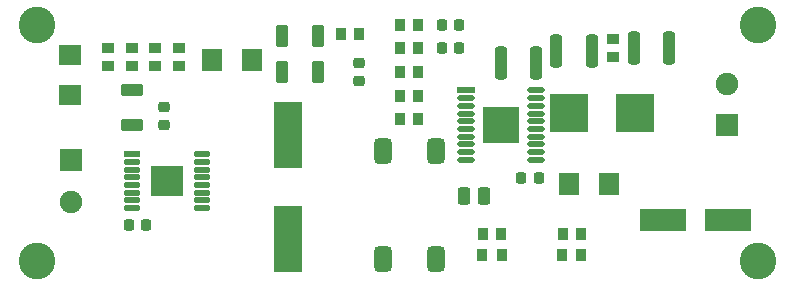
<source format=gts>
G04*
G04 #@! TF.GenerationSoftware,Altium Limited,Altium Designer,19.1.6 (110)*
G04*
G04 Layer_Color=8388736*
%FSLAX43Y43*%
%MOMM*%
G71*
G01*
G75*
G04:AMPARAMS|DCode=13|XSize=1.5mm|YSize=1.1mm|CornerRadius=0.3mm|HoleSize=0mm|Usage=FLASHONLY|Rotation=90.000|XOffset=0mm|YOffset=0mm|HoleType=Round|Shape=RoundedRectangle|*
%AMROUNDEDRECTD13*
21,1,1.500,0.500,0,0,90.0*
21,1,0.900,1.100,0,0,90.0*
1,1,0.600,0.250,0.450*
1,1,0.600,0.250,-0.450*
1,1,0.600,-0.250,-0.450*
1,1,0.600,-0.250,0.450*
%
%ADD13ROUNDEDRECTD13*%
G04:AMPARAMS|DCode=14|XSize=1.9mm|YSize=1.1mm|CornerRadius=0.3mm|HoleSize=0mm|Usage=FLASHONLY|Rotation=180.000|XOffset=0mm|YOffset=0mm|HoleType=Round|Shape=RoundedRectangle|*
%AMROUNDEDRECTD14*
21,1,1.900,0.500,0,0,180.0*
21,1,1.300,1.100,0,0,180.0*
1,1,0.600,-0.650,0.250*
1,1,0.600,0.650,0.250*
1,1,0.600,0.650,-0.250*
1,1,0.600,-0.650,-0.250*
%
%ADD14ROUNDEDRECTD14*%
%ADD15R,1.900X1.800*%
%ADD16R,1.450X0.500*%
%ADD17O,1.450X0.500*%
%ADD18R,2.760X2.560*%
%ADD19R,2.450X5.550*%
%ADD20R,3.950X1.900*%
%ADD21R,3.300X3.250*%
%ADD22R,3.060X3.060*%
%ADD23O,1.500X0.500*%
%ADD24R,1.500X0.500*%
%ADD25R,0.950X1.000*%
%ADD26R,0.900X1.050*%
G04:AMPARAMS|DCode=27|XSize=2.8mm|YSize=1.1mm|CornerRadius=0.3mm|HoleSize=0mm|Usage=FLASHONLY|Rotation=90.000|XOffset=0mm|YOffset=0mm|HoleType=Round|Shape=RoundedRectangle|*
%AMROUNDEDRECTD27*
21,1,2.800,0.500,0,0,90.0*
21,1,2.200,1.100,0,0,90.0*
1,1,0.600,0.250,1.100*
1,1,0.600,0.250,-1.100*
1,1,0.600,-0.250,-1.100*
1,1,0.600,-0.250,1.100*
%
%ADD27ROUNDEDRECTD27*%
G04:AMPARAMS|DCode=28|XSize=1mm|YSize=0.9mm|CornerRadius=0.25mm|HoleSize=0mm|Usage=FLASHONLY|Rotation=90.000|XOffset=0mm|YOffset=0mm|HoleType=Round|Shape=RoundedRectangle|*
%AMROUNDEDRECTD28*
21,1,1.000,0.400,0,0,90.0*
21,1,0.500,0.900,0,0,90.0*
1,1,0.500,0.200,0.250*
1,1,0.500,0.200,-0.250*
1,1,0.500,-0.200,-0.250*
1,1,0.500,-0.200,0.250*
%
%ADD28ROUNDEDRECTD28*%
G04:AMPARAMS|DCode=29|XSize=1mm|YSize=0.9mm|CornerRadius=0.25mm|HoleSize=0mm|Usage=FLASHONLY|Rotation=180.000|XOffset=0mm|YOffset=0mm|HoleType=Round|Shape=RoundedRectangle|*
%AMROUNDEDRECTD29*
21,1,1.000,0.400,0,0,180.0*
21,1,0.500,0.900,0,0,180.0*
1,1,0.500,-0.250,0.200*
1,1,0.500,0.250,0.200*
1,1,0.500,0.250,-0.200*
1,1,0.500,-0.250,-0.200*
%
%ADD29ROUNDEDRECTD29*%
G04:AMPARAMS|DCode=30|XSize=1.9mm|YSize=1.1mm|CornerRadius=0.3mm|HoleSize=0mm|Usage=FLASHONLY|Rotation=90.000|XOffset=0mm|YOffset=0mm|HoleType=Round|Shape=RoundedRectangle|*
%AMROUNDEDRECTD30*
21,1,1.900,0.500,0,0,90.0*
21,1,1.300,1.100,0,0,90.0*
1,1,0.600,0.250,0.650*
1,1,0.600,0.250,-0.650*
1,1,0.600,-0.250,-0.650*
1,1,0.600,-0.250,0.650*
%
%ADD30ROUNDEDRECTD30*%
%ADD31R,1.800X1.900*%
%ADD32R,1.000X0.950*%
G04:AMPARAMS|DCode=33|XSize=2.2mm|YSize=1.5mm|CornerRadius=0.4mm|HoleSize=0mm|Usage=FLASHONLY|Rotation=90.000|XOffset=0mm|YOffset=0mm|HoleType=Round|Shape=RoundedRectangle|*
%AMROUNDEDRECTD33*
21,1,2.200,0.700,0,0,90.0*
21,1,1.400,1.500,0,0,90.0*
1,1,0.800,0.350,0.700*
1,1,0.800,0.350,-0.700*
1,1,0.800,-0.350,-0.700*
1,1,0.800,-0.350,0.700*
%
%ADD33ROUNDEDRECTD33*%
%ADD34C,3.100*%
%ADD35R,1.900X1.900*%
%ADD36C,1.900*%
D13*
X39850Y7500D02*
D03*
X38150D02*
D03*
D14*
X10000Y13500D02*
D03*
Y16500D02*
D03*
D15*
X4750Y19450D02*
D03*
Y16050D02*
D03*
D16*
X10050Y11025D02*
D03*
D17*
Y10375D02*
D03*
Y9725D02*
D03*
Y9075D02*
D03*
Y8425D02*
D03*
Y7775D02*
D03*
Y7125D02*
D03*
Y6475D02*
D03*
X15950Y11025D02*
D03*
Y10375D02*
D03*
Y9725D02*
D03*
Y9075D02*
D03*
Y8425D02*
D03*
Y7775D02*
D03*
Y7125D02*
D03*
Y6475D02*
D03*
D18*
X13000Y8750D02*
D03*
D19*
X23250Y3850D02*
D03*
Y12650D02*
D03*
D20*
X55000Y5500D02*
D03*
X60500D02*
D03*
D21*
X47000Y14500D02*
D03*
X52600D02*
D03*
D22*
X41250Y13500D02*
D03*
D23*
X44200Y10575D02*
D03*
Y11225D02*
D03*
Y11875D02*
D03*
Y12525D02*
D03*
Y13175D02*
D03*
Y13825D02*
D03*
Y14475D02*
D03*
Y15125D02*
D03*
Y15775D02*
D03*
Y16425D02*
D03*
X38300Y10575D02*
D03*
Y11225D02*
D03*
Y11875D02*
D03*
Y12525D02*
D03*
Y13175D02*
D03*
Y13825D02*
D03*
Y14475D02*
D03*
Y15125D02*
D03*
Y15775D02*
D03*
D24*
Y16425D02*
D03*
D25*
X48025Y4250D02*
D03*
X46475D02*
D03*
X41250D02*
D03*
X39700D02*
D03*
X27725Y21250D02*
D03*
X29275D02*
D03*
X34275Y22000D02*
D03*
X32725D02*
D03*
Y20000D02*
D03*
X34275D02*
D03*
X32725Y18000D02*
D03*
X34275D02*
D03*
Y16000D02*
D03*
X32725D02*
D03*
X34275Y14000D02*
D03*
X32725D02*
D03*
D26*
X41325Y2500D02*
D03*
X39675D02*
D03*
X48075D02*
D03*
X46425D02*
D03*
D27*
X41250Y18750D02*
D03*
X44250D02*
D03*
X52500Y20000D02*
D03*
X55500D02*
D03*
X48950Y19800D02*
D03*
X45950D02*
D03*
D28*
X36250Y22000D02*
D03*
X37750Y22000D02*
D03*
Y20000D02*
D03*
X36250Y20000D02*
D03*
X11250Y5000D02*
D03*
X9750Y5000D02*
D03*
X44500Y9000D02*
D03*
X43000Y9000D02*
D03*
D29*
X29250Y17250D02*
D03*
X29250Y18750D02*
D03*
X12750Y13500D02*
D03*
X12750Y15000D02*
D03*
D30*
X22750Y18000D02*
D03*
X25750D02*
D03*
X22750Y21000D02*
D03*
X25750D02*
D03*
D31*
X47050Y8500D02*
D03*
X50450D02*
D03*
X16800Y19000D02*
D03*
X20200D02*
D03*
D32*
X14000Y18475D02*
D03*
Y20025D02*
D03*
X12000Y18475D02*
D03*
Y20025D02*
D03*
X10000D02*
D03*
Y18475D02*
D03*
X8000D02*
D03*
Y20025D02*
D03*
X50750Y19225D02*
D03*
Y20775D02*
D03*
D33*
X31260Y2200D02*
D03*
Y11300D02*
D03*
X35740D02*
D03*
Y2200D02*
D03*
D34*
X2000Y2000D02*
D03*
Y22000D02*
D03*
X63000Y2000D02*
D03*
Y22000D02*
D03*
D35*
X4850Y10500D02*
D03*
X60400Y13500D02*
D03*
D36*
X4850Y7000D02*
D03*
X60400Y17000D02*
D03*
M02*

</source>
